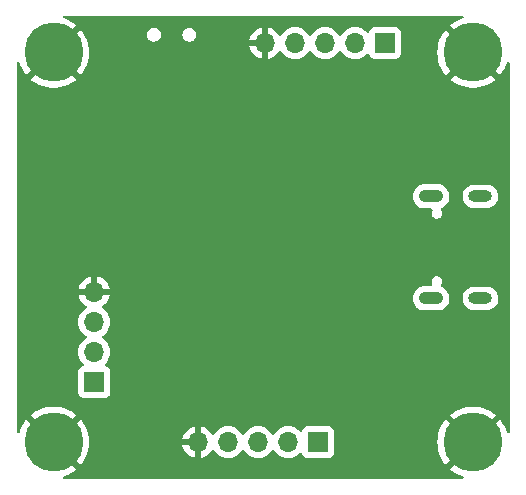
<source format=gbr>
%TF.GenerationSoftware,KiCad,Pcbnew,7.0.5*%
%TF.CreationDate,2023-06-10T21:17:53-07:00*%
%TF.ProjectId,st-breakout,73742d62-7265-4616-9b6f-75742e6b6963,rev?*%
%TF.SameCoordinates,Original*%
%TF.FileFunction,Copper,L2,Bot*%
%TF.FilePolarity,Positive*%
%FSLAX46Y46*%
G04 Gerber Fmt 4.6, Leading zero omitted, Abs format (unit mm)*
G04 Created by KiCad (PCBNEW 7.0.5) date 2023-06-10 21:17:53*
%MOMM*%
%LPD*%
G01*
G04 APERTURE LIST*
%TA.AperFunction,ComponentPad*%
%ADD10R,1.700000X1.700000*%
%TD*%
%TA.AperFunction,ComponentPad*%
%ADD11O,1.700000X1.700000*%
%TD*%
%TA.AperFunction,ComponentPad*%
%ADD12C,5.000000*%
%TD*%
%TA.AperFunction,ComponentPad*%
%ADD13O,2.100000X1.050000*%
%TD*%
%TA.AperFunction,ComponentPad*%
%ADD14O,2.000000X1.000000*%
%TD*%
%TA.AperFunction,ViaPad*%
%ADD15C,0.700000*%
%TD*%
G04 APERTURE END LIST*
D10*
%TO.P,J2,1,Pin_1*%
%TO.N,+3.3V*%
X145830000Y-77200000D03*
D11*
%TO.P,J2,2,Pin_2*%
%TO.N,Net-(J2-Pin_2)*%
X143290000Y-77200000D03*
%TO.P,J2,3,Pin_3*%
%TO.N,SWDCLK*%
X140750000Y-77200000D03*
%TO.P,J2,4,Pin_4*%
%TO.N,NRST*%
X138210000Y-77200000D03*
%TO.P,J2,5,Pin_5*%
%TO.N,GND*%
X135670000Y-77200000D03*
%TD*%
D12*
%TO.P,H1,1,1*%
%TO.N,GND*%
X117750000Y-78000000D03*
%TD*%
D13*
%TO.P,J5,S1,SHELL_GND*%
%TO.N,Net-(J5-SHELL_GND-PadS1)*%
X149720000Y-98820000D03*
D14*
%TO.P,J5,S2,SHELL_GND*%
X153900000Y-98820000D03*
%TO.P,J5,S3,SHELL_GND*%
X153900000Y-90180000D03*
D13*
%TO.P,J5,S4,SHELL_GND*%
X149720000Y-90180000D03*
%TD*%
D12*
%TO.P,H2,1,1*%
%TO.N,GND*%
X153250000Y-78000000D03*
%TD*%
D10*
%TO.P,J1,1,Pin_1*%
%TO.N,+3.3V*%
X140160000Y-111000000D03*
D11*
%TO.P,J1,2,Pin_2*%
%TO.N,SPI_SCK*%
X137620000Y-111000000D03*
%TO.P,J1,3,Pin_3*%
%TO.N,SPI_MISO*%
X135080000Y-111000000D03*
%TO.P,J1,4,Pin_4*%
%TO.N,SPI_MOSI*%
X132540000Y-111000000D03*
%TO.P,J1,5,Pin_5*%
%TO.N,GND*%
X130000000Y-111000000D03*
%TD*%
D12*
%TO.P,H4,1,1*%
%TO.N,GND*%
X117750000Y-111000000D03*
%TD*%
%TO.P,H3,1,1*%
%TO.N,GND*%
X153250000Y-111000000D03*
%TD*%
D10*
%TO.P,J4,1,Pin_1*%
%TO.N,+3.3V*%
X121200000Y-105900000D03*
D11*
%TO.P,J4,2,Pin_2*%
%TO.N,USART_RX*%
X121200000Y-103360000D03*
%TO.P,J4,3,Pin_3*%
%TO.N,USART_TX*%
X121200000Y-100820000D03*
%TO.P,J4,4,Pin_4*%
%TO.N,GND*%
X121200000Y-98280000D03*
%TD*%
D15*
%TO.N,GND*%
X148100000Y-82600000D03*
X144000000Y-103600000D03*
X144000000Y-96900000D03*
X143900000Y-104400000D03*
X145000000Y-92700000D03*
X133400000Y-77200000D03*
X155100000Y-105600000D03*
X147900000Y-91300000D03*
X143100000Y-104400000D03*
X137900000Y-95600000D03*
X129800000Y-97320000D03*
X125100000Y-94700000D03*
X147700000Y-97700000D03*
X133300000Y-89100000D03*
X123500000Y-98300000D03*
X130000000Y-79900000D03*
X126000000Y-85000000D03*
X137000000Y-84100000D03*
X146000000Y-96600000D03*
X126020000Y-97600000D03*
X127200000Y-111000000D03*
%TD*%
%TA.AperFunction,Conductor*%
%TO.N,GND*%
G36*
X152410395Y-74901185D02*
G01*
X152456150Y-74953989D01*
X152466094Y-75023147D01*
X152437069Y-75086703D01*
X152385766Y-75122022D01*
X152059745Y-75240683D01*
X152059739Y-75240685D01*
X151747461Y-75397519D01*
X151455485Y-75589554D01*
X151312817Y-75709264D01*
X152559874Y-76956321D01*
X152424253Y-77054856D01*
X152268761Y-77217488D01*
X152207198Y-77310750D01*
X150956148Y-76059701D01*
X150956146Y-76059701D01*
X150947973Y-76068366D01*
X150739289Y-76348677D01*
X150564561Y-76651316D01*
X150564555Y-76651329D01*
X150426145Y-76972199D01*
X150325916Y-77306988D01*
X150325914Y-77306997D01*
X150265236Y-77651119D01*
X150265235Y-77651130D01*
X150244916Y-77999996D01*
X150244916Y-78000003D01*
X150265235Y-78348869D01*
X150265236Y-78348880D01*
X150325914Y-78693002D01*
X150325916Y-78693011D01*
X150426145Y-79027800D01*
X150564555Y-79348670D01*
X150564561Y-79348683D01*
X150739289Y-79651322D01*
X150947972Y-79931631D01*
X150947976Y-79931636D01*
X150956147Y-79940297D01*
X150956148Y-79940298D01*
X152203665Y-78692781D01*
X152342855Y-78867320D01*
X152512299Y-79015358D01*
X152559808Y-79043743D01*
X151312817Y-80290733D01*
X151312818Y-80290734D01*
X151455480Y-80410442D01*
X151747461Y-80602480D01*
X152059739Y-80759314D01*
X152059745Y-80759316D01*
X152388130Y-80878838D01*
X152388133Y-80878839D01*
X152728171Y-80959429D01*
X153075276Y-80999999D01*
X153075277Y-81000000D01*
X153424723Y-81000000D01*
X153424723Y-80999999D01*
X153771827Y-80959429D01*
X153771829Y-80959429D01*
X154111866Y-80878839D01*
X154111869Y-80878838D01*
X154440254Y-80759316D01*
X154440260Y-80759314D01*
X154752538Y-80602480D01*
X155044515Y-80410445D01*
X155187180Y-80290734D01*
X155187181Y-80290733D01*
X153940125Y-79043678D01*
X154075747Y-78945144D01*
X154231239Y-78782512D01*
X154292801Y-78689248D01*
X155543850Y-79940297D01*
X155552032Y-79931625D01*
X155760710Y-79651322D01*
X155935438Y-79348683D01*
X155935444Y-79348670D01*
X156073854Y-79027800D01*
X156125709Y-78854593D01*
X156163794Y-78796016D01*
X156227502Y-78767328D01*
X156296607Y-78777637D01*
X156349168Y-78823670D01*
X156368500Y-78890157D01*
X156368500Y-110109842D01*
X156348815Y-110176881D01*
X156296011Y-110222636D01*
X156226853Y-110232580D01*
X156163297Y-110203555D01*
X156125709Y-110145406D01*
X156073854Y-109972199D01*
X155935444Y-109651329D01*
X155935438Y-109651316D01*
X155760710Y-109348677D01*
X155552029Y-109068371D01*
X155543850Y-109059701D01*
X155543850Y-109059700D01*
X154296333Y-110307217D01*
X154157145Y-110132680D01*
X153987701Y-109984642D01*
X153940191Y-109956256D01*
X155187181Y-108709265D01*
X155187180Y-108709264D01*
X155044519Y-108589557D01*
X154752538Y-108397519D01*
X154440260Y-108240685D01*
X154440254Y-108240683D01*
X154111869Y-108121161D01*
X154111866Y-108121160D01*
X153771828Y-108040570D01*
X153424723Y-108000000D01*
X153075277Y-108000000D01*
X152728172Y-108040570D01*
X152728170Y-108040570D01*
X152388133Y-108121160D01*
X152388130Y-108121161D01*
X152059745Y-108240683D01*
X152059739Y-108240685D01*
X151747461Y-108397519D01*
X151455485Y-108589554D01*
X151312817Y-108709264D01*
X152559874Y-109956321D01*
X152424253Y-110054856D01*
X152268761Y-110217488D01*
X152207198Y-110310750D01*
X150956148Y-109059701D01*
X150956146Y-109059701D01*
X150947973Y-109068366D01*
X150739289Y-109348677D01*
X150564561Y-109651316D01*
X150564555Y-109651329D01*
X150426145Y-109972199D01*
X150325916Y-110306988D01*
X150325914Y-110306997D01*
X150265236Y-110651119D01*
X150265235Y-110651130D01*
X150244916Y-110999996D01*
X150244916Y-111000003D01*
X150265235Y-111348869D01*
X150265236Y-111348880D01*
X150325914Y-111693002D01*
X150325916Y-111693011D01*
X150426145Y-112027800D01*
X150564555Y-112348670D01*
X150564561Y-112348683D01*
X150739289Y-112651322D01*
X150947972Y-112931631D01*
X150947976Y-112931636D01*
X150956147Y-112940297D01*
X150956149Y-112940298D01*
X152203665Y-111692781D01*
X152342855Y-111867320D01*
X152512299Y-112015358D01*
X152559808Y-112043743D01*
X151312817Y-113290733D01*
X151312818Y-113290734D01*
X151455480Y-113410442D01*
X151747461Y-113602480D01*
X152059739Y-113759314D01*
X152059745Y-113759316D01*
X152385766Y-113877978D01*
X152442030Y-113919404D01*
X152466966Y-113984673D01*
X152452656Y-114053061D01*
X152403645Y-114102857D01*
X152343356Y-114118500D01*
X118656644Y-114118500D01*
X118589605Y-114098815D01*
X118543850Y-114046011D01*
X118533906Y-113976853D01*
X118562931Y-113913297D01*
X118614234Y-113877978D01*
X118940254Y-113759316D01*
X118940260Y-113759314D01*
X119252538Y-113602480D01*
X119544515Y-113410445D01*
X119687180Y-113290734D01*
X119687181Y-113290733D01*
X118440125Y-112043678D01*
X118575747Y-111945144D01*
X118731239Y-111782512D01*
X118792801Y-111689249D01*
X120043850Y-112940297D01*
X120052032Y-112931625D01*
X120260710Y-112651322D01*
X120435438Y-112348683D01*
X120435444Y-112348670D01*
X120573854Y-112027800D01*
X120674083Y-111693011D01*
X120674085Y-111693002D01*
X120734763Y-111348880D01*
X120734764Y-111348869D01*
X120740523Y-111250000D01*
X128669364Y-111250000D01*
X128726567Y-111463486D01*
X128726570Y-111463492D01*
X128826399Y-111677578D01*
X128961894Y-111871082D01*
X129128917Y-112038105D01*
X129322421Y-112173600D01*
X129536507Y-112273429D01*
X129536516Y-112273433D01*
X129750000Y-112330634D01*
X129750000Y-111435501D01*
X129857685Y-111484680D01*
X129964237Y-111500000D01*
X130035763Y-111500000D01*
X130142315Y-111484680D01*
X130250000Y-111435501D01*
X130250000Y-112330633D01*
X130463483Y-112273433D01*
X130463492Y-112273429D01*
X130677578Y-112173600D01*
X130871082Y-112038105D01*
X131038105Y-111871082D01*
X131168119Y-111685405D01*
X131222696Y-111641781D01*
X131292195Y-111634588D01*
X131354549Y-111666110D01*
X131371269Y-111685405D01*
X131501505Y-111871401D01*
X131668599Y-112038495D01*
X131765384Y-112106264D01*
X131862165Y-112174032D01*
X131862167Y-112174033D01*
X131862170Y-112174035D01*
X132076337Y-112273903D01*
X132304592Y-112335063D01*
X132481034Y-112350500D01*
X132539999Y-112355659D01*
X132540000Y-112355659D01*
X132540001Y-112355659D01*
X132598966Y-112350500D01*
X132775408Y-112335063D01*
X133003663Y-112273903D01*
X133217830Y-112174035D01*
X133411401Y-112038495D01*
X133578495Y-111871401D01*
X133708426Y-111685840D01*
X133763001Y-111642217D01*
X133832499Y-111635023D01*
X133894854Y-111666546D01*
X133911574Y-111685841D01*
X133916595Y-111693011D01*
X134041505Y-111871401D01*
X134208599Y-112038495D01*
X134305384Y-112106264D01*
X134402165Y-112174032D01*
X134402167Y-112174033D01*
X134402170Y-112174035D01*
X134616337Y-112273903D01*
X134844592Y-112335063D01*
X135021034Y-112350500D01*
X135079999Y-112355659D01*
X135080000Y-112355659D01*
X135080001Y-112355659D01*
X135138966Y-112350500D01*
X135315408Y-112335063D01*
X135543663Y-112273903D01*
X135757830Y-112174035D01*
X135951401Y-112038495D01*
X136118495Y-111871401D01*
X136248426Y-111685841D01*
X136303002Y-111642217D01*
X136372500Y-111635023D01*
X136434855Y-111666546D01*
X136451575Y-111685842D01*
X136581281Y-111871082D01*
X136581505Y-111871401D01*
X136748599Y-112038495D01*
X136845384Y-112106264D01*
X136942165Y-112174032D01*
X136942167Y-112174033D01*
X136942170Y-112174035D01*
X137156337Y-112273903D01*
X137384592Y-112335063D01*
X137561034Y-112350500D01*
X137619999Y-112355659D01*
X137620000Y-112355659D01*
X137620001Y-112355659D01*
X137678966Y-112350500D01*
X137855408Y-112335063D01*
X138083663Y-112273903D01*
X138297830Y-112174035D01*
X138491401Y-112038495D01*
X138613329Y-111916566D01*
X138674648Y-111883084D01*
X138744340Y-111888068D01*
X138800274Y-111929939D01*
X138817189Y-111960917D01*
X138866202Y-112092328D01*
X138866206Y-112092335D01*
X138952452Y-112207544D01*
X138952455Y-112207547D01*
X139067664Y-112293793D01*
X139067671Y-112293797D01*
X139202517Y-112344091D01*
X139202516Y-112344091D01*
X139209444Y-112344835D01*
X139262127Y-112350500D01*
X141057872Y-112350499D01*
X141117483Y-112344091D01*
X141252331Y-112293796D01*
X141367546Y-112207546D01*
X141453796Y-112092331D01*
X141504091Y-111957483D01*
X141510500Y-111897873D01*
X141510499Y-110102128D01*
X141504091Y-110042517D01*
X141502810Y-110039083D01*
X141453797Y-109907671D01*
X141453793Y-109907664D01*
X141367547Y-109792455D01*
X141367544Y-109792452D01*
X141252335Y-109706206D01*
X141252328Y-109706202D01*
X141117482Y-109655908D01*
X141117483Y-109655908D01*
X141057883Y-109649501D01*
X141057881Y-109649500D01*
X141057873Y-109649500D01*
X141057864Y-109649500D01*
X139262129Y-109649500D01*
X139262123Y-109649501D01*
X139202516Y-109655908D01*
X139067671Y-109706202D01*
X139067664Y-109706206D01*
X138952455Y-109792452D01*
X138952452Y-109792455D01*
X138866206Y-109907664D01*
X138866203Y-109907669D01*
X138817189Y-110039083D01*
X138775317Y-110095016D01*
X138709853Y-110119433D01*
X138641580Y-110104581D01*
X138613326Y-110083430D01*
X138491402Y-109961506D01*
X138491395Y-109961501D01*
X138297834Y-109825967D01*
X138297830Y-109825965D01*
X138295711Y-109824977D01*
X138083663Y-109726097D01*
X138083659Y-109726096D01*
X138083655Y-109726094D01*
X137855413Y-109664938D01*
X137855403Y-109664936D01*
X137620001Y-109644341D01*
X137619999Y-109644341D01*
X137384596Y-109664936D01*
X137384586Y-109664938D01*
X137156344Y-109726094D01*
X137156335Y-109726098D01*
X136942171Y-109825964D01*
X136942169Y-109825965D01*
X136748597Y-109961505D01*
X136581505Y-110128597D01*
X136451575Y-110314158D01*
X136396998Y-110357783D01*
X136327500Y-110364977D01*
X136265145Y-110333454D01*
X136248425Y-110314158D01*
X136118494Y-110128597D01*
X135951402Y-109961506D01*
X135951395Y-109961501D01*
X135757834Y-109825967D01*
X135757830Y-109825965D01*
X135755711Y-109824977D01*
X135543663Y-109726097D01*
X135543659Y-109726096D01*
X135543655Y-109726094D01*
X135315413Y-109664938D01*
X135315403Y-109664936D01*
X135080001Y-109644341D01*
X135079999Y-109644341D01*
X134844596Y-109664936D01*
X134844586Y-109664938D01*
X134616344Y-109726094D01*
X134616335Y-109726098D01*
X134402171Y-109825964D01*
X134402169Y-109825965D01*
X134208597Y-109961505D01*
X134041505Y-110128597D01*
X133911575Y-110314158D01*
X133856998Y-110357783D01*
X133787500Y-110364977D01*
X133725145Y-110333454D01*
X133708425Y-110314158D01*
X133578494Y-110128597D01*
X133411402Y-109961506D01*
X133411395Y-109961501D01*
X133217834Y-109825967D01*
X133217830Y-109825965D01*
X133215711Y-109824977D01*
X133003663Y-109726097D01*
X133003659Y-109726096D01*
X133003655Y-109726094D01*
X132775413Y-109664938D01*
X132775403Y-109664936D01*
X132540001Y-109644341D01*
X132539999Y-109644341D01*
X132304596Y-109664936D01*
X132304586Y-109664938D01*
X132076344Y-109726094D01*
X132076335Y-109726098D01*
X131862171Y-109825964D01*
X131862169Y-109825965D01*
X131668597Y-109961505D01*
X131501508Y-110128594D01*
X131371269Y-110314595D01*
X131316692Y-110358219D01*
X131247193Y-110365412D01*
X131184839Y-110333890D01*
X131168119Y-110314594D01*
X131038113Y-110128926D01*
X131038108Y-110128920D01*
X130871082Y-109961894D01*
X130677578Y-109826399D01*
X130463492Y-109726570D01*
X130463486Y-109726567D01*
X130250000Y-109669364D01*
X130250000Y-110564498D01*
X130142315Y-110515320D01*
X130035763Y-110500000D01*
X129964237Y-110500000D01*
X129857685Y-110515320D01*
X129750000Y-110564498D01*
X129750000Y-109669364D01*
X129749999Y-109669364D01*
X129536513Y-109726567D01*
X129536507Y-109726570D01*
X129322422Y-109826399D01*
X129322420Y-109826400D01*
X129128926Y-109961886D01*
X129128920Y-109961891D01*
X128961891Y-110128920D01*
X128961886Y-110128926D01*
X128826400Y-110322420D01*
X128826399Y-110322422D01*
X128726570Y-110536507D01*
X128726567Y-110536513D01*
X128669364Y-110749999D01*
X128669364Y-110750000D01*
X129566314Y-110750000D01*
X129540507Y-110790156D01*
X129500000Y-110928111D01*
X129500000Y-111071889D01*
X129540507Y-111209844D01*
X129566314Y-111250000D01*
X128669364Y-111250000D01*
X120740523Y-111250000D01*
X120755084Y-111000003D01*
X120755084Y-110999996D01*
X120734764Y-110651130D01*
X120734763Y-110651119D01*
X120674085Y-110306997D01*
X120674083Y-110306988D01*
X120573854Y-109972199D01*
X120435444Y-109651329D01*
X120435438Y-109651316D01*
X120260710Y-109348677D01*
X120052029Y-109068371D01*
X120043850Y-109059701D01*
X120043850Y-109059700D01*
X118796333Y-110307217D01*
X118657145Y-110132680D01*
X118487701Y-109984642D01*
X118440191Y-109956256D01*
X119687181Y-108709265D01*
X119687180Y-108709264D01*
X119544519Y-108589557D01*
X119252538Y-108397519D01*
X118940260Y-108240685D01*
X118940254Y-108240683D01*
X118611869Y-108121161D01*
X118611866Y-108121160D01*
X118271828Y-108040570D01*
X117924723Y-108000000D01*
X117575277Y-108000000D01*
X117228172Y-108040570D01*
X117228170Y-108040570D01*
X116888133Y-108121160D01*
X116888130Y-108121161D01*
X116559745Y-108240683D01*
X116559739Y-108240685D01*
X116247461Y-108397519D01*
X115955485Y-108589554D01*
X115812817Y-108709264D01*
X117059874Y-109956321D01*
X116924253Y-110054856D01*
X116768761Y-110217488D01*
X116707198Y-110310751D01*
X115456148Y-109059701D01*
X115456146Y-109059701D01*
X115447973Y-109068366D01*
X115239289Y-109348677D01*
X115064561Y-109651316D01*
X115064555Y-109651329D01*
X114926145Y-109972199D01*
X114874291Y-110145406D01*
X114836206Y-110203983D01*
X114772498Y-110232671D01*
X114703393Y-110222362D01*
X114650831Y-110176329D01*
X114631500Y-110109842D01*
X114631500Y-103360000D01*
X119844341Y-103360000D01*
X119864936Y-103595403D01*
X119864938Y-103595413D01*
X119926094Y-103823655D01*
X119926096Y-103823659D01*
X119926097Y-103823663D01*
X120025965Y-104037829D01*
X120025965Y-104037830D01*
X120025967Y-104037834D01*
X120134281Y-104192521D01*
X120161501Y-104231396D01*
X120161506Y-104231402D01*
X120283430Y-104353326D01*
X120316915Y-104414649D01*
X120311931Y-104484341D01*
X120270059Y-104540274D01*
X120239083Y-104557189D01*
X120107669Y-104606203D01*
X120107664Y-104606206D01*
X119992455Y-104692452D01*
X119992452Y-104692455D01*
X119906206Y-104807664D01*
X119906202Y-104807671D01*
X119855908Y-104942517D01*
X119849501Y-105002116D01*
X119849501Y-105002123D01*
X119849500Y-105002135D01*
X119849500Y-106797870D01*
X119849501Y-106797876D01*
X119855908Y-106857483D01*
X119906202Y-106992328D01*
X119906206Y-106992335D01*
X119992452Y-107107544D01*
X119992455Y-107107547D01*
X120107664Y-107193793D01*
X120107671Y-107193797D01*
X120242517Y-107244091D01*
X120242516Y-107244091D01*
X120249444Y-107244835D01*
X120302127Y-107250500D01*
X122097872Y-107250499D01*
X122157483Y-107244091D01*
X122292331Y-107193796D01*
X122407546Y-107107546D01*
X122493796Y-106992331D01*
X122544091Y-106857483D01*
X122550500Y-106797873D01*
X122550499Y-105002128D01*
X122544091Y-104942517D01*
X122493796Y-104807669D01*
X122493795Y-104807668D01*
X122493793Y-104807664D01*
X122407547Y-104692455D01*
X122407544Y-104692452D01*
X122292335Y-104606206D01*
X122292328Y-104606202D01*
X122160917Y-104557189D01*
X122104983Y-104515318D01*
X122080566Y-104449853D01*
X122095418Y-104381580D01*
X122116563Y-104353332D01*
X122238495Y-104231401D01*
X122374035Y-104037830D01*
X122473903Y-103823663D01*
X122535063Y-103595408D01*
X122555659Y-103360000D01*
X122535063Y-103124592D01*
X122473903Y-102896337D01*
X122374035Y-102682171D01*
X122238495Y-102488599D01*
X122238494Y-102488597D01*
X122071402Y-102321506D01*
X122071396Y-102321501D01*
X121885842Y-102191575D01*
X121842217Y-102136998D01*
X121835023Y-102067500D01*
X121866546Y-102005145D01*
X121885842Y-101988425D01*
X121908026Y-101972891D01*
X122071401Y-101858495D01*
X122238495Y-101691401D01*
X122374035Y-101497830D01*
X122473903Y-101283663D01*
X122535063Y-101055408D01*
X122555659Y-100820000D01*
X122535063Y-100584592D01*
X122473903Y-100356337D01*
X122374035Y-100142171D01*
X122238495Y-99948599D01*
X122238494Y-99948597D01*
X122071402Y-99781506D01*
X122071401Y-99781505D01*
X121885405Y-99651269D01*
X121841781Y-99596692D01*
X121834588Y-99527193D01*
X121866110Y-99464839D01*
X121885405Y-99448119D01*
X122071082Y-99318105D01*
X122238105Y-99151082D01*
X122373600Y-98957578D01*
X122437754Y-98819999D01*
X148164538Y-98819999D01*
X148184337Y-99021031D01*
X148242978Y-99214345D01*
X148338198Y-99392488D01*
X148338203Y-99392495D01*
X148466352Y-99548647D01*
X148524896Y-99596692D01*
X148622506Y-99676798D01*
X148622509Y-99676799D01*
X148622511Y-99676801D01*
X148800654Y-99772021D01*
X148800656Y-99772021D01*
X148800659Y-99772023D01*
X148993967Y-99830662D01*
X149144620Y-99845500D01*
X149144623Y-99845500D01*
X150295377Y-99845500D01*
X150295380Y-99845500D01*
X150446033Y-99830662D01*
X150639341Y-99772023D01*
X150817494Y-99676798D01*
X150973647Y-99548647D01*
X151101798Y-99392494D01*
X151197023Y-99214341D01*
X151255662Y-99021033D01*
X151270445Y-98870936D01*
X152395631Y-98870936D01*
X152426442Y-99072063D01*
X152426445Y-99072075D01*
X152497111Y-99262881D01*
X152497115Y-99262888D01*
X152604745Y-99435567D01*
X152604747Y-99435569D01*
X152604748Y-99435571D01*
X152744941Y-99583053D01*
X152842950Y-99651269D01*
X152911949Y-99699294D01*
X152911950Y-99699294D01*
X152911951Y-99699295D01*
X153098942Y-99779540D01*
X153298259Y-99820500D01*
X154450743Y-99820500D01*
X154602439Y-99805074D01*
X154796579Y-99744162D01*
X154796580Y-99744161D01*
X154796588Y-99744159D01*
X154974502Y-99645409D01*
X155128895Y-99512866D01*
X155253448Y-99351958D01*
X155343060Y-99169271D01*
X155394063Y-98972285D01*
X155404369Y-98769064D01*
X155373556Y-98567929D01*
X155320865Y-98425659D01*
X155302888Y-98377118D01*
X155302887Y-98377117D01*
X155302886Y-98377113D01*
X155195252Y-98204429D01*
X155055059Y-98056947D01*
X154920373Y-97963203D01*
X154888050Y-97940705D01*
X154701056Y-97860459D01*
X154501741Y-97819500D01*
X153349258Y-97819500D01*
X153349257Y-97819500D01*
X153197560Y-97834925D01*
X153003420Y-97895837D01*
X153003405Y-97895844D01*
X152825500Y-97994589D01*
X152825495Y-97994592D01*
X152671106Y-98127132D01*
X152671104Y-98127134D01*
X152546554Y-98288037D01*
X152546553Y-98288040D01*
X152456940Y-98470728D01*
X152405937Y-98667714D01*
X152395631Y-98870936D01*
X151270445Y-98870936D01*
X151275462Y-98820000D01*
X151255662Y-98618967D01*
X151197023Y-98425659D01*
X151197021Y-98425656D01*
X151197021Y-98425654D01*
X151101801Y-98247511D01*
X151101799Y-98247509D01*
X151101798Y-98247506D01*
X151003012Y-98127134D01*
X150973647Y-98091352D01*
X150817495Y-97963203D01*
X150817488Y-97963198D01*
X150639340Y-97867976D01*
X150633717Y-97865647D01*
X150634344Y-97864131D01*
X150582524Y-97830163D01*
X150554076Y-97766347D01*
X150564644Y-97697281D01*
X150573240Y-97683427D01*
X150573129Y-97683363D01*
X150645977Y-97557186D01*
X150645977Y-97557185D01*
X150645978Y-97557184D01*
X150676331Y-97424197D01*
X150666138Y-97288172D01*
X150616303Y-97161195D01*
X150531255Y-97054547D01*
X150418550Y-96977707D01*
X150418549Y-96977706D01*
X150418548Y-96977706D01*
X150288203Y-96937500D01*
X150186090Y-96937500D01*
X150186082Y-96937500D01*
X150085116Y-96952719D01*
X149962219Y-97011903D01*
X149862224Y-97104684D01*
X149794022Y-97222813D01*
X149763669Y-97355803D01*
X149763668Y-97355804D01*
X149773861Y-97491826D01*
X149826206Y-97625198D01*
X149832375Y-97694794D01*
X149799937Y-97756678D01*
X149739192Y-97791201D01*
X149710778Y-97794500D01*
X149144620Y-97794500D01*
X149107433Y-97798162D01*
X148993968Y-97809337D01*
X148800654Y-97867978D01*
X148622511Y-97963198D01*
X148622504Y-97963203D01*
X148466352Y-98091352D01*
X148338203Y-98247504D01*
X148338198Y-98247511D01*
X148242978Y-98425654D01*
X148184337Y-98618968D01*
X148164538Y-98819999D01*
X122437754Y-98819999D01*
X122473429Y-98743492D01*
X122473432Y-98743486D01*
X122530636Y-98530000D01*
X121633686Y-98530000D01*
X121659493Y-98489844D01*
X121700000Y-98351889D01*
X121700000Y-98208111D01*
X121659493Y-98070156D01*
X121633686Y-98030000D01*
X122530636Y-98030000D01*
X122530635Y-98029999D01*
X122473432Y-97816513D01*
X122473429Y-97816507D01*
X122373600Y-97602422D01*
X122373599Y-97602420D01*
X122238113Y-97408926D01*
X122238108Y-97408920D01*
X122071082Y-97241894D01*
X121877578Y-97106399D01*
X121663492Y-97006570D01*
X121663486Y-97006567D01*
X121450000Y-96949364D01*
X121450000Y-97844498D01*
X121342315Y-97795320D01*
X121235763Y-97780000D01*
X121164237Y-97780000D01*
X121057685Y-97795320D01*
X120950000Y-97844498D01*
X120950000Y-96949364D01*
X120949999Y-96949364D01*
X120736513Y-97006567D01*
X120736507Y-97006570D01*
X120522422Y-97106399D01*
X120522420Y-97106400D01*
X120328926Y-97241886D01*
X120328920Y-97241891D01*
X120161891Y-97408920D01*
X120161886Y-97408926D01*
X120026400Y-97602420D01*
X120026399Y-97602422D01*
X119926570Y-97816507D01*
X119926567Y-97816513D01*
X119869364Y-98029999D01*
X119869364Y-98030000D01*
X120766314Y-98030000D01*
X120740507Y-98070156D01*
X120700000Y-98208111D01*
X120700000Y-98351889D01*
X120740507Y-98489844D01*
X120766314Y-98530000D01*
X119869364Y-98530000D01*
X119926567Y-98743486D01*
X119926570Y-98743492D01*
X120026399Y-98957578D01*
X120161894Y-99151082D01*
X120328917Y-99318105D01*
X120514595Y-99448119D01*
X120558219Y-99502696D01*
X120565412Y-99572195D01*
X120533890Y-99634549D01*
X120514595Y-99651269D01*
X120328594Y-99781508D01*
X120161505Y-99948597D01*
X120025965Y-100142169D01*
X120025964Y-100142171D01*
X119926098Y-100356335D01*
X119926094Y-100356344D01*
X119864938Y-100584586D01*
X119864936Y-100584596D01*
X119844341Y-100819999D01*
X119844341Y-100820000D01*
X119864936Y-101055403D01*
X119864938Y-101055413D01*
X119926094Y-101283655D01*
X119926096Y-101283659D01*
X119926097Y-101283663D01*
X120025964Y-101497830D01*
X120025965Y-101497830D01*
X120025967Y-101497834D01*
X120161501Y-101691395D01*
X120161506Y-101691402D01*
X120328597Y-101858493D01*
X120328603Y-101858498D01*
X120514158Y-101988425D01*
X120557783Y-102043002D01*
X120564977Y-102112500D01*
X120533454Y-102174855D01*
X120514158Y-102191575D01*
X120328597Y-102321505D01*
X120161505Y-102488597D01*
X120025965Y-102682169D01*
X120025964Y-102682171D01*
X119926098Y-102896335D01*
X119926094Y-102896344D01*
X119864938Y-103124586D01*
X119864936Y-103124596D01*
X119844341Y-103359999D01*
X119844341Y-103360000D01*
X114631500Y-103360000D01*
X114631500Y-90179999D01*
X148164538Y-90179999D01*
X148184337Y-90381031D01*
X148242978Y-90574345D01*
X148338198Y-90752488D01*
X148338203Y-90752495D01*
X148466352Y-90908647D01*
X148575016Y-90997824D01*
X148622506Y-91036798D01*
X148622509Y-91036799D01*
X148622511Y-91036801D01*
X148800654Y-91132021D01*
X148800656Y-91132021D01*
X148800659Y-91132023D01*
X148993967Y-91190662D01*
X149144620Y-91205500D01*
X149716262Y-91205500D01*
X149783301Y-91225185D01*
X149829056Y-91277989D01*
X149839000Y-91347147D01*
X149823649Y-91391500D01*
X149794022Y-91442813D01*
X149763669Y-91575803D01*
X149763668Y-91575804D01*
X149773861Y-91711825D01*
X149773861Y-91711827D01*
X149773862Y-91711828D01*
X149823697Y-91838805D01*
X149908745Y-91945453D01*
X150021450Y-92022293D01*
X150151797Y-92062500D01*
X150151798Y-92062500D01*
X150253909Y-92062500D01*
X150253910Y-92062500D01*
X150354883Y-92047281D01*
X150477781Y-91988096D01*
X150577775Y-91895316D01*
X150645978Y-91777184D01*
X150676331Y-91644197D01*
X150666138Y-91508172D01*
X150616303Y-91381195D01*
X150574757Y-91329097D01*
X150548348Y-91264411D01*
X150561105Y-91195715D01*
X150608976Y-91144822D01*
X150635705Y-91133125D01*
X150639341Y-91132023D01*
X150817494Y-91036798D01*
X150973647Y-90908647D01*
X151101798Y-90752494D01*
X151197023Y-90574341D01*
X151255662Y-90381033D01*
X151270445Y-90230936D01*
X152395631Y-90230936D01*
X152426442Y-90432063D01*
X152426445Y-90432075D01*
X152497111Y-90622881D01*
X152497115Y-90622888D01*
X152604745Y-90795567D01*
X152604747Y-90795569D01*
X152604748Y-90795571D01*
X152744941Y-90943053D01*
X152873344Y-91032424D01*
X152911949Y-91059294D01*
X152911950Y-91059294D01*
X152911951Y-91059295D01*
X153098942Y-91139540D01*
X153298259Y-91180500D01*
X154450743Y-91180500D01*
X154602439Y-91165074D01*
X154796579Y-91104162D01*
X154796580Y-91104161D01*
X154796588Y-91104159D01*
X154974502Y-91005409D01*
X155128895Y-90872866D01*
X155253448Y-90711958D01*
X155343060Y-90529271D01*
X155394063Y-90332285D01*
X155404369Y-90129064D01*
X155373556Y-89927929D01*
X155320865Y-89785659D01*
X155302888Y-89737118D01*
X155302887Y-89737117D01*
X155302886Y-89737113D01*
X155195252Y-89564429D01*
X155055059Y-89416947D01*
X154920373Y-89323203D01*
X154888050Y-89300705D01*
X154701056Y-89220459D01*
X154501741Y-89179500D01*
X153349258Y-89179500D01*
X153349257Y-89179500D01*
X153197560Y-89194925D01*
X153003420Y-89255837D01*
X153003405Y-89255844D01*
X152825500Y-89354589D01*
X152825495Y-89354592D01*
X152671106Y-89487132D01*
X152671104Y-89487134D01*
X152546554Y-89648037D01*
X152546553Y-89648040D01*
X152456940Y-89830728D01*
X152405937Y-90027714D01*
X152395631Y-90230936D01*
X151270445Y-90230936D01*
X151275462Y-90180000D01*
X151255662Y-89978967D01*
X151197023Y-89785659D01*
X151197021Y-89785656D01*
X151197021Y-89785654D01*
X151101801Y-89607511D01*
X151101799Y-89607509D01*
X151101798Y-89607506D01*
X151003012Y-89487134D01*
X150973647Y-89451352D01*
X150817495Y-89323203D01*
X150817488Y-89323198D01*
X150639345Y-89227978D01*
X150446031Y-89169337D01*
X150335900Y-89158490D01*
X150295380Y-89154500D01*
X149144620Y-89154500D01*
X149107433Y-89158162D01*
X148993968Y-89169337D01*
X148800654Y-89227978D01*
X148622511Y-89323198D01*
X148622504Y-89323203D01*
X148466352Y-89451352D01*
X148338203Y-89607504D01*
X148338198Y-89607511D01*
X148242978Y-89785654D01*
X148184337Y-89978968D01*
X148164538Y-90179999D01*
X114631500Y-90179999D01*
X114631500Y-78890157D01*
X114651185Y-78823118D01*
X114703989Y-78777363D01*
X114773147Y-78767419D01*
X114836703Y-78796444D01*
X114874291Y-78854593D01*
X114926145Y-79027800D01*
X115064555Y-79348670D01*
X115064561Y-79348683D01*
X115239289Y-79651322D01*
X115447972Y-79931631D01*
X115447976Y-79931636D01*
X115456147Y-79940297D01*
X115456148Y-79940298D01*
X116703665Y-78692781D01*
X116842855Y-78867320D01*
X117012299Y-79015358D01*
X117059808Y-79043743D01*
X115812817Y-80290733D01*
X115812818Y-80290734D01*
X115955480Y-80410442D01*
X116247461Y-80602480D01*
X116559739Y-80759314D01*
X116559745Y-80759316D01*
X116888130Y-80878838D01*
X116888133Y-80878839D01*
X117228171Y-80959429D01*
X117575276Y-80999999D01*
X117575277Y-81000000D01*
X117924723Y-81000000D01*
X117924723Y-80999999D01*
X118271827Y-80959429D01*
X118271829Y-80959429D01*
X118611866Y-80878839D01*
X118611869Y-80878838D01*
X118940254Y-80759316D01*
X118940260Y-80759314D01*
X119252538Y-80602480D01*
X119544515Y-80410445D01*
X119687180Y-80290734D01*
X119687181Y-80290733D01*
X118440125Y-79043678D01*
X118575747Y-78945144D01*
X118731239Y-78782512D01*
X118792801Y-78689248D01*
X120043850Y-79940297D01*
X120052032Y-79931625D01*
X120260710Y-79651322D01*
X120435438Y-79348683D01*
X120435444Y-79348670D01*
X120573854Y-79027800D01*
X120674083Y-78693011D01*
X120674085Y-78693002D01*
X120734763Y-78348880D01*
X120734764Y-78348869D01*
X120755084Y-78000003D01*
X120755084Y-77999996D01*
X120734764Y-77651130D01*
X120734763Y-77651119D01*
X120699300Y-77450000D01*
X134339364Y-77450000D01*
X134396567Y-77663486D01*
X134396570Y-77663492D01*
X134496399Y-77877578D01*
X134631894Y-78071082D01*
X134798917Y-78238105D01*
X134992421Y-78373600D01*
X135206507Y-78473429D01*
X135206516Y-78473433D01*
X135420000Y-78530634D01*
X135420000Y-77635501D01*
X135527685Y-77684680D01*
X135634237Y-77700000D01*
X135705763Y-77700000D01*
X135812315Y-77684680D01*
X135920000Y-77635501D01*
X135920000Y-78530633D01*
X136133483Y-78473433D01*
X136133492Y-78473429D01*
X136347578Y-78373600D01*
X136541082Y-78238105D01*
X136708105Y-78071082D01*
X136838119Y-77885405D01*
X136892696Y-77841781D01*
X136962195Y-77834588D01*
X137024549Y-77866110D01*
X137041269Y-77885405D01*
X137171505Y-78071401D01*
X137338599Y-78238495D01*
X137435384Y-78306264D01*
X137532165Y-78374032D01*
X137532167Y-78374033D01*
X137532170Y-78374035D01*
X137746337Y-78473903D01*
X137974592Y-78535063D01*
X138151034Y-78550500D01*
X138209999Y-78555659D01*
X138210000Y-78555659D01*
X138210001Y-78555659D01*
X138268966Y-78550500D01*
X138445408Y-78535063D01*
X138673663Y-78473903D01*
X138887830Y-78374035D01*
X139081401Y-78238495D01*
X139248495Y-78071401D01*
X139378424Y-77885842D01*
X139433002Y-77842217D01*
X139502500Y-77835023D01*
X139564855Y-77866546D01*
X139581575Y-77885842D01*
X139711281Y-78071082D01*
X139711505Y-78071401D01*
X139878599Y-78238495D01*
X139975384Y-78306264D01*
X140072165Y-78374032D01*
X140072167Y-78374033D01*
X140072170Y-78374035D01*
X140286337Y-78473903D01*
X140514592Y-78535063D01*
X140691034Y-78550500D01*
X140749999Y-78555659D01*
X140750000Y-78555659D01*
X140750001Y-78555659D01*
X140808966Y-78550500D01*
X140985408Y-78535063D01*
X141213663Y-78473903D01*
X141427830Y-78374035D01*
X141621401Y-78238495D01*
X141788495Y-78071401D01*
X141918424Y-77885842D01*
X141973002Y-77842217D01*
X142042500Y-77835023D01*
X142104855Y-77866546D01*
X142121575Y-77885842D01*
X142251281Y-78071082D01*
X142251505Y-78071401D01*
X142418599Y-78238495D01*
X142515384Y-78306264D01*
X142612165Y-78374032D01*
X142612167Y-78374033D01*
X142612170Y-78374035D01*
X142826337Y-78473903D01*
X143054592Y-78535063D01*
X143231034Y-78550500D01*
X143289999Y-78555659D01*
X143290000Y-78555659D01*
X143290001Y-78555659D01*
X143348966Y-78550500D01*
X143525408Y-78535063D01*
X143753663Y-78473903D01*
X143967830Y-78374035D01*
X144161401Y-78238495D01*
X144283329Y-78116566D01*
X144344648Y-78083084D01*
X144414340Y-78088068D01*
X144470274Y-78129939D01*
X144487189Y-78160917D01*
X144536202Y-78292328D01*
X144536206Y-78292335D01*
X144622452Y-78407544D01*
X144622455Y-78407547D01*
X144737664Y-78493793D01*
X144737671Y-78493797D01*
X144872517Y-78544091D01*
X144872516Y-78544091D01*
X144879444Y-78544835D01*
X144932127Y-78550500D01*
X146727872Y-78550499D01*
X146787483Y-78544091D01*
X146922331Y-78493796D01*
X147037546Y-78407546D01*
X147123796Y-78292331D01*
X147174091Y-78157483D01*
X147180500Y-78097873D01*
X147180499Y-76302128D01*
X147174091Y-76242517D01*
X147172810Y-76239083D01*
X147123797Y-76107671D01*
X147123793Y-76107664D01*
X147037547Y-75992455D01*
X147037544Y-75992452D01*
X146922335Y-75906206D01*
X146922328Y-75906202D01*
X146787482Y-75855908D01*
X146787483Y-75855908D01*
X146727883Y-75849501D01*
X146727881Y-75849500D01*
X146727873Y-75849500D01*
X146727864Y-75849500D01*
X144932129Y-75849500D01*
X144932123Y-75849501D01*
X144872516Y-75855908D01*
X144737671Y-75906202D01*
X144737664Y-75906206D01*
X144622455Y-75992452D01*
X144622452Y-75992455D01*
X144536206Y-76107664D01*
X144536203Y-76107669D01*
X144487189Y-76239083D01*
X144445317Y-76295016D01*
X144379853Y-76319433D01*
X144311580Y-76304581D01*
X144283326Y-76283430D01*
X144161402Y-76161506D01*
X144161395Y-76161501D01*
X143967834Y-76025967D01*
X143967830Y-76025965D01*
X143916660Y-76002104D01*
X143753663Y-75926097D01*
X143753659Y-75926096D01*
X143753655Y-75926094D01*
X143525413Y-75864938D01*
X143525403Y-75864936D01*
X143290001Y-75844341D01*
X143289999Y-75844341D01*
X143054596Y-75864936D01*
X143054586Y-75864938D01*
X142826344Y-75926094D01*
X142826335Y-75926098D01*
X142612171Y-76025964D01*
X142612169Y-76025965D01*
X142418597Y-76161505D01*
X142251505Y-76328597D01*
X142121575Y-76514158D01*
X142066998Y-76557783D01*
X141997500Y-76564977D01*
X141935145Y-76533454D01*
X141918425Y-76514158D01*
X141788494Y-76328597D01*
X141621402Y-76161506D01*
X141621395Y-76161501D01*
X141427834Y-76025967D01*
X141427830Y-76025965D01*
X141376660Y-76002104D01*
X141213663Y-75926097D01*
X141213659Y-75926096D01*
X141213655Y-75926094D01*
X140985413Y-75864938D01*
X140985403Y-75864936D01*
X140750001Y-75844341D01*
X140749999Y-75844341D01*
X140514596Y-75864936D01*
X140514586Y-75864938D01*
X140286344Y-75926094D01*
X140286335Y-75926098D01*
X140072171Y-76025964D01*
X140072169Y-76025965D01*
X139878597Y-76161505D01*
X139711505Y-76328597D01*
X139581575Y-76514158D01*
X139526998Y-76557783D01*
X139457500Y-76564977D01*
X139395145Y-76533454D01*
X139378425Y-76514158D01*
X139248494Y-76328597D01*
X139081402Y-76161506D01*
X139081395Y-76161501D01*
X138887834Y-76025967D01*
X138887830Y-76025965D01*
X138836660Y-76002104D01*
X138673663Y-75926097D01*
X138673659Y-75926096D01*
X138673655Y-75926094D01*
X138445413Y-75864938D01*
X138445403Y-75864936D01*
X138210001Y-75844341D01*
X138209999Y-75844341D01*
X137974596Y-75864936D01*
X137974586Y-75864938D01*
X137746344Y-75926094D01*
X137746335Y-75926098D01*
X137532171Y-76025964D01*
X137532169Y-76025965D01*
X137338597Y-76161505D01*
X137171508Y-76328594D01*
X137041269Y-76514595D01*
X136986692Y-76558219D01*
X136917193Y-76565412D01*
X136854839Y-76533890D01*
X136838119Y-76514594D01*
X136708113Y-76328926D01*
X136708108Y-76328920D01*
X136541082Y-76161894D01*
X136347578Y-76026399D01*
X136133492Y-75926570D01*
X136133486Y-75926567D01*
X135920000Y-75869364D01*
X135920000Y-76764498D01*
X135812315Y-76715320D01*
X135705763Y-76700000D01*
X135634237Y-76700000D01*
X135527685Y-76715320D01*
X135420000Y-76764498D01*
X135420000Y-75869364D01*
X135419999Y-75869364D01*
X135206513Y-75926567D01*
X135206507Y-75926570D01*
X134992422Y-76026399D01*
X134992420Y-76026400D01*
X134798926Y-76161886D01*
X134798920Y-76161891D01*
X134631891Y-76328920D01*
X134631886Y-76328926D01*
X134496400Y-76522420D01*
X134496399Y-76522422D01*
X134396570Y-76736507D01*
X134396567Y-76736513D01*
X134339364Y-76949999D01*
X134339364Y-76950000D01*
X135236314Y-76950000D01*
X135210507Y-76990156D01*
X135170000Y-77128111D01*
X135170000Y-77271889D01*
X135210507Y-77409844D01*
X135236314Y-77450000D01*
X134339364Y-77450000D01*
X120699300Y-77450000D01*
X120674085Y-77306997D01*
X120674083Y-77306988D01*
X120573854Y-76972199D01*
X120435444Y-76651329D01*
X120435438Y-76651316D01*
X120348076Y-76500000D01*
X125667517Y-76500000D01*
X125687365Y-76650757D01*
X125687365Y-76650758D01*
X125745555Y-76791242D01*
X125771441Y-76824977D01*
X125838122Y-76911878D01*
X125906821Y-76964592D01*
X125958757Y-77004444D01*
X125958758Y-77004444D01*
X125958759Y-77004445D01*
X126099242Y-77062635D01*
X126212151Y-77077500D01*
X126212158Y-77077500D01*
X126287842Y-77077500D01*
X126287849Y-77077500D01*
X126400758Y-77062635D01*
X126541241Y-77004445D01*
X126661878Y-76911878D01*
X126754445Y-76791242D01*
X126812635Y-76650758D01*
X126832483Y-76500000D01*
X128667517Y-76500000D01*
X128687365Y-76650757D01*
X128687365Y-76650758D01*
X128745555Y-76791242D01*
X128771441Y-76824977D01*
X128838122Y-76911878D01*
X128906821Y-76964592D01*
X128958757Y-77004444D01*
X128958758Y-77004444D01*
X128958759Y-77004445D01*
X129099242Y-77062635D01*
X129212151Y-77077500D01*
X129212158Y-77077500D01*
X129287842Y-77077500D01*
X129287849Y-77077500D01*
X129400758Y-77062635D01*
X129541241Y-77004445D01*
X129661878Y-76911878D01*
X129754445Y-76791242D01*
X129812635Y-76650758D01*
X129832483Y-76500000D01*
X129812635Y-76349242D01*
X129754445Y-76208759D01*
X129754444Y-76208758D01*
X129754444Y-76208757D01*
X129676878Y-76107671D01*
X129661878Y-76088122D01*
X129601559Y-76041838D01*
X129541242Y-75995555D01*
X129470999Y-75966459D01*
X129400758Y-75937365D01*
X129386644Y-75935506D01*
X129287856Y-75922500D01*
X129287849Y-75922500D01*
X129212151Y-75922500D01*
X129212143Y-75922500D01*
X129099242Y-75937365D01*
X129099241Y-75937365D01*
X128958757Y-75995555D01*
X128838123Y-76088120D01*
X128745553Y-76208760D01*
X128687366Y-76349238D01*
X128687365Y-76349242D01*
X128667517Y-76499999D01*
X128667517Y-76500000D01*
X126832483Y-76500000D01*
X126812635Y-76349242D01*
X126754445Y-76208759D01*
X126754444Y-76208758D01*
X126754444Y-76208757D01*
X126676878Y-76107671D01*
X126661878Y-76088122D01*
X126601559Y-76041838D01*
X126541242Y-75995555D01*
X126470999Y-75966459D01*
X126400758Y-75937365D01*
X126386644Y-75935506D01*
X126287856Y-75922500D01*
X126287849Y-75922500D01*
X126212151Y-75922500D01*
X126212143Y-75922500D01*
X126099242Y-75937365D01*
X126099241Y-75937365D01*
X125958757Y-75995555D01*
X125838123Y-76088120D01*
X125745553Y-76208760D01*
X125687366Y-76349238D01*
X125687365Y-76349242D01*
X125667517Y-76499999D01*
X125667517Y-76500000D01*
X120348076Y-76500000D01*
X120260710Y-76348677D01*
X120052029Y-76068371D01*
X120043850Y-76059701D01*
X120043850Y-76059700D01*
X118796333Y-77307217D01*
X118657145Y-77132680D01*
X118487701Y-76984642D01*
X118440190Y-76956255D01*
X119687181Y-75709265D01*
X119687180Y-75709264D01*
X119544519Y-75589557D01*
X119252538Y-75397519D01*
X118940260Y-75240685D01*
X118940254Y-75240683D01*
X118614234Y-75122022D01*
X118557970Y-75080596D01*
X118533034Y-75015327D01*
X118547344Y-74946939D01*
X118596355Y-74897143D01*
X118656644Y-74881500D01*
X152343356Y-74881500D01*
X152410395Y-74901185D01*
G37*
%TD.AperFunction*%
%TD*%
M02*

</source>
